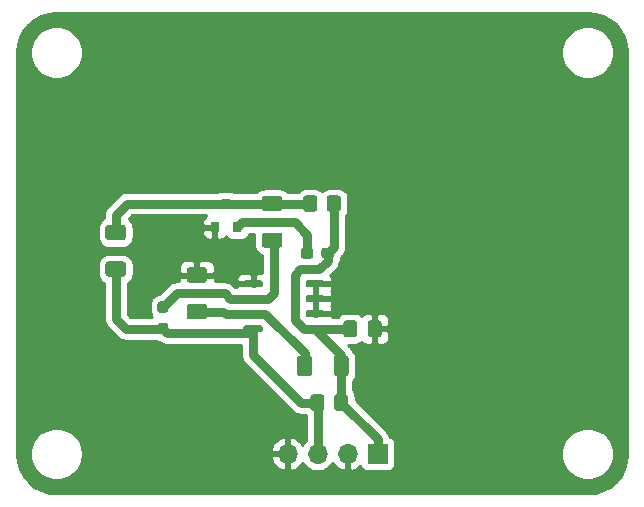
<source format=gbr>
%TF.GenerationSoftware,KiCad,Pcbnew,5.1.10*%
%TF.CreationDate,2021-10-16T08:29:13-04:00*%
%TF.ProjectId,shutter_tester,73687574-7465-4725-9f74-65737465722e,rev?*%
%TF.SameCoordinates,PX7bfa480PY5f5e100*%
%TF.FileFunction,Copper,L2,Bot*%
%TF.FilePolarity,Positive*%
%FSLAX46Y46*%
G04 Gerber Fmt 4.6, Leading zero omitted, Abs format (unit mm)*
G04 Created by KiCad (PCBNEW 5.1.10) date 2021-10-16 08:29:13*
%MOMM*%
%LPD*%
G01*
G04 APERTURE LIST*
%TA.AperFunction,ComponentPad*%
%ADD10O,1.700000X1.700000*%
%TD*%
%TA.AperFunction,ComponentPad*%
%ADD11R,1.700000X1.700000*%
%TD*%
%TA.AperFunction,SMDPad,CuDef*%
%ADD12R,0.800000X0.900000*%
%TD*%
%TA.AperFunction,Conductor*%
%ADD13C,0.800000*%
%TD*%
%TA.AperFunction,Conductor*%
%ADD14C,0.750000*%
%TD*%
%TA.AperFunction,Conductor*%
%ADD15C,0.254000*%
%TD*%
%TA.AperFunction,Conductor*%
%ADD16C,0.100000*%
%TD*%
G04 APERTURE END LIST*
%TO.P,JP1,2*%
%TO.N,/OUTPUT*%
%TA.AperFunction,SMDPad,CuDef*%
G36*
G01*
X9400000Y-22700000D02*
X10650000Y-22700000D01*
G75*
G02*
X10900000Y-22950000I0J-250000D01*
G01*
X10900000Y-23750000D01*
G75*
G02*
X10650000Y-24000000I-250000J0D01*
G01*
X9400000Y-24000000D01*
G75*
G02*
X9150000Y-23750000I0J250000D01*
G01*
X9150000Y-22950000D01*
G75*
G02*
X9400000Y-22700000I250000J0D01*
G01*
G37*
%TD.AperFunction*%
%TO.P,JP1,1*%
%TO.N,Net-(JP1-Pad1)*%
%TA.AperFunction,SMDPad,CuDef*%
G36*
G01*
X9400000Y-19600000D02*
X10650000Y-19600000D01*
G75*
G02*
X10900000Y-19850000I0J-250000D01*
G01*
X10900000Y-20650000D01*
G75*
G02*
X10650000Y-20900000I-250000J0D01*
G01*
X9400000Y-20900000D01*
G75*
G02*
X9150000Y-20650000I0J250000D01*
G01*
X9150000Y-19850000D01*
G75*
G02*
X9400000Y-19600000I250000J0D01*
G01*
G37*
%TD.AperFunction*%
%TD*%
%TO.P,R2,2*%
%TO.N,Net-(JP1-Pad1)*%
%TA.AperFunction,SMDPad,CuDef*%
G36*
G01*
X23900000Y-18450000D02*
X22650000Y-18450000D01*
G75*
G02*
X22400000Y-18200000I0J250000D01*
G01*
X22400000Y-17400000D01*
G75*
G02*
X22650000Y-17150000I250000J0D01*
G01*
X23900000Y-17150000D01*
G75*
G02*
X24150000Y-17400000I0J-250000D01*
G01*
X24150000Y-18200000D01*
G75*
G02*
X23900000Y-18450000I-250000J0D01*
G01*
G37*
%TD.AperFunction*%
%TO.P,R2,1*%
%TO.N,Net-(R2-Pad1)*%
%TA.AperFunction,SMDPad,CuDef*%
G36*
G01*
X23900000Y-21550000D02*
X22650000Y-21550000D01*
G75*
G02*
X22400000Y-21300000I0J250000D01*
G01*
X22400000Y-20500000D01*
G75*
G02*
X22650000Y-20250000I250000J0D01*
G01*
X23900000Y-20250000D01*
G75*
G02*
X24150000Y-20500000I0J-250000D01*
G01*
X24150000Y-21300000D01*
G75*
G02*
X23900000Y-21550000I-250000J0D01*
G01*
G37*
%TD.AperFunction*%
%TD*%
%TO.P,R4,2*%
%TO.N,Net-(R3-Pad1)*%
%TA.AperFunction,SMDPad,CuDef*%
G36*
G01*
X16275000Y-26300000D02*
X17525000Y-26300000D01*
G75*
G02*
X17775000Y-26550000I0J-250000D01*
G01*
X17775000Y-27350000D01*
G75*
G02*
X17525000Y-27600000I-250000J0D01*
G01*
X16275000Y-27600000D01*
G75*
G02*
X16025000Y-27350000I0J250000D01*
G01*
X16025000Y-26550000D01*
G75*
G02*
X16275000Y-26300000I250000J0D01*
G01*
G37*
%TD.AperFunction*%
%TO.P,R4,1*%
%TO.N,GND*%
%TA.AperFunction,SMDPad,CuDef*%
G36*
G01*
X16275000Y-23200000D02*
X17525000Y-23200000D01*
G75*
G02*
X17775000Y-23450000I0J-250000D01*
G01*
X17775000Y-24250000D01*
G75*
G02*
X17525000Y-24500000I-250000J0D01*
G01*
X16275000Y-24500000D01*
G75*
G02*
X16025000Y-24250000I0J250000D01*
G01*
X16025000Y-23450000D01*
G75*
G02*
X16275000Y-23200000I250000J0D01*
G01*
G37*
%TD.AperFunction*%
%TD*%
%TO.P,R3,2*%
%TO.N,VCC*%
%TA.AperFunction,SMDPad,CuDef*%
G36*
G01*
X28475000Y-32175000D02*
X28475000Y-30925000D01*
G75*
G02*
X28725000Y-30675000I250000J0D01*
G01*
X29525000Y-30675000D01*
G75*
G02*
X29775000Y-30925000I0J-250000D01*
G01*
X29775000Y-32175000D01*
G75*
G02*
X29525000Y-32425000I-250000J0D01*
G01*
X28725000Y-32425000D01*
G75*
G02*
X28475000Y-32175000I0J250000D01*
G01*
G37*
%TD.AperFunction*%
%TO.P,R3,1*%
%TO.N,Net-(R3-Pad1)*%
%TA.AperFunction,SMDPad,CuDef*%
G36*
G01*
X25375000Y-32175000D02*
X25375000Y-30925000D01*
G75*
G02*
X25625000Y-30675000I250000J0D01*
G01*
X26425000Y-30675000D01*
G75*
G02*
X26675000Y-30925000I0J-250000D01*
G01*
X26675000Y-32175000D01*
G75*
G02*
X26425000Y-32425000I-250000J0D01*
G01*
X25625000Y-32425000D01*
G75*
G02*
X25375000Y-32175000I0J250000D01*
G01*
G37*
%TD.AperFunction*%
%TD*%
%TO.P,C1,2*%
%TO.N,GND*%
%TA.AperFunction,SMDPad,CuDef*%
G36*
G01*
X31375000Y-28875000D02*
X31375000Y-27925000D01*
G75*
G02*
X31625000Y-27675000I250000J0D01*
G01*
X32300000Y-27675000D01*
G75*
G02*
X32550000Y-27925000I0J-250000D01*
G01*
X32550000Y-28875000D01*
G75*
G02*
X32300000Y-29125000I-250000J0D01*
G01*
X31625000Y-29125000D01*
G75*
G02*
X31375000Y-28875000I0J250000D01*
G01*
G37*
%TD.AperFunction*%
%TO.P,C1,1*%
%TO.N,VCC*%
%TA.AperFunction,SMDPad,CuDef*%
G36*
G01*
X29300000Y-28875000D02*
X29300000Y-27925000D01*
G75*
G02*
X29550000Y-27675000I250000J0D01*
G01*
X30225000Y-27675000D01*
G75*
G02*
X30475000Y-27925000I0J-250000D01*
G01*
X30475000Y-28875000D01*
G75*
G02*
X30225000Y-29125000I-250000J0D01*
G01*
X29550000Y-29125000D01*
G75*
G02*
X29300000Y-28875000I0J250000D01*
G01*
G37*
%TD.AperFunction*%
%TD*%
%TO.P,R6,2*%
%TO.N,VCC*%
%TA.AperFunction,SMDPad,CuDef*%
G36*
G01*
X28500000Y-35100001D02*
X28500000Y-34199999D01*
G75*
G02*
X28749999Y-33950000I249999J0D01*
G01*
X29450001Y-33950000D01*
G75*
G02*
X29700000Y-34199999I0J-249999D01*
G01*
X29700000Y-35100001D01*
G75*
G02*
X29450001Y-35350000I-249999J0D01*
G01*
X28749999Y-35350000D01*
G75*
G02*
X28500000Y-35100001I0J249999D01*
G01*
G37*
%TD.AperFunction*%
%TO.P,R6,1*%
%TO.N,/OUTPUT*%
%TA.AperFunction,SMDPad,CuDef*%
G36*
G01*
X26500000Y-35100001D02*
X26500000Y-34199999D01*
G75*
G02*
X26749999Y-33950000I249999J0D01*
G01*
X27450001Y-33950000D01*
G75*
G02*
X27700000Y-34199999I0J-249999D01*
G01*
X27700000Y-35100001D01*
G75*
G02*
X27450001Y-35350000I-249999J0D01*
G01*
X26749999Y-35350000D01*
G75*
G02*
X26500000Y-35100001I0J249999D01*
G01*
G37*
%TD.AperFunction*%
%TD*%
D10*
%TO.P,J1,4*%
%TO.N,GND*%
X24580000Y-38975000D03*
%TO.P,J1,3*%
%TO.N,/OUTPUT*%
X27120000Y-38975000D03*
%TO.P,J1,2*%
%TO.N,GND*%
X29660000Y-38975000D03*
D11*
%TO.P,J1,1*%
%TO.N,VCC*%
X32200000Y-38975000D03*
%TD*%
%TO.P,U1,8*%
%TO.N,VCC*%
%TA.AperFunction,SMDPad,CuDef*%
G36*
G01*
X26100000Y-28555000D02*
X26100000Y-28255000D01*
G75*
G02*
X26250000Y-28105000I150000J0D01*
G01*
X27600000Y-28105000D01*
G75*
G02*
X27750000Y-28255000I0J-150000D01*
G01*
X27750000Y-28555000D01*
G75*
G02*
X27600000Y-28705000I-150000J0D01*
G01*
X26250000Y-28705000D01*
G75*
G02*
X26100000Y-28555000I0J150000D01*
G01*
G37*
%TD.AperFunction*%
%TO.P,U1,7*%
%TO.N,GND*%
%TA.AperFunction,SMDPad,CuDef*%
G36*
G01*
X26100000Y-27285000D02*
X26100000Y-26985000D01*
G75*
G02*
X26250000Y-26835000I150000J0D01*
G01*
X27600000Y-26835000D01*
G75*
G02*
X27750000Y-26985000I0J-150000D01*
G01*
X27750000Y-27285000D01*
G75*
G02*
X27600000Y-27435000I-150000J0D01*
G01*
X26250000Y-27435000D01*
G75*
G02*
X26100000Y-27285000I0J150000D01*
G01*
G37*
%TD.AperFunction*%
%TO.P,U1,6*%
%TA.AperFunction,SMDPad,CuDef*%
G36*
G01*
X26100000Y-26015000D02*
X26100000Y-25715000D01*
G75*
G02*
X26250000Y-25565000I150000J0D01*
G01*
X27600000Y-25565000D01*
G75*
G02*
X27750000Y-25715000I0J-150000D01*
G01*
X27750000Y-26015000D01*
G75*
G02*
X27600000Y-26165000I-150000J0D01*
G01*
X26250000Y-26165000D01*
G75*
G02*
X26100000Y-26015000I0J150000D01*
G01*
G37*
%TD.AperFunction*%
%TO.P,U1,5*%
%TA.AperFunction,SMDPad,CuDef*%
G36*
G01*
X26100000Y-24745000D02*
X26100000Y-24445000D01*
G75*
G02*
X26250000Y-24295000I150000J0D01*
G01*
X27600000Y-24295000D01*
G75*
G02*
X27750000Y-24445000I0J-150000D01*
G01*
X27750000Y-24745000D01*
G75*
G02*
X27600000Y-24895000I-150000J0D01*
G01*
X26250000Y-24895000D01*
G75*
G02*
X26100000Y-24745000I0J150000D01*
G01*
G37*
%TD.AperFunction*%
%TO.P,U1,4*%
%TA.AperFunction,SMDPad,CuDef*%
G36*
G01*
X20850000Y-24745000D02*
X20850000Y-24445000D01*
G75*
G02*
X21000000Y-24295000I150000J0D01*
G01*
X22350000Y-24295000D01*
G75*
G02*
X22500000Y-24445000I0J-150000D01*
G01*
X22500000Y-24745000D01*
G75*
G02*
X22350000Y-24895000I-150000J0D01*
G01*
X21000000Y-24895000D01*
G75*
G02*
X20850000Y-24745000I0J150000D01*
G01*
G37*
%TD.AperFunction*%
%TO.P,U1,3*%
%TO.N,Net-(R2-Pad1)*%
%TA.AperFunction,SMDPad,CuDef*%
G36*
G01*
X20850000Y-26015000D02*
X20850000Y-25715000D01*
G75*
G02*
X21000000Y-25565000I150000J0D01*
G01*
X22350000Y-25565000D01*
G75*
G02*
X22500000Y-25715000I0J-150000D01*
G01*
X22500000Y-26015000D01*
G75*
G02*
X22350000Y-26165000I-150000J0D01*
G01*
X21000000Y-26165000D01*
G75*
G02*
X20850000Y-26015000I0J150000D01*
G01*
G37*
%TD.AperFunction*%
%TO.P,U1,2*%
%TO.N,Net-(R3-Pad1)*%
%TA.AperFunction,SMDPad,CuDef*%
G36*
G01*
X20850000Y-27285000D02*
X20850000Y-26985000D01*
G75*
G02*
X21000000Y-26835000I150000J0D01*
G01*
X22350000Y-26835000D01*
G75*
G02*
X22500000Y-26985000I0J-150000D01*
G01*
X22500000Y-27285000D01*
G75*
G02*
X22350000Y-27435000I-150000J0D01*
G01*
X21000000Y-27435000D01*
G75*
G02*
X20850000Y-27285000I0J150000D01*
G01*
G37*
%TD.AperFunction*%
%TO.P,U1,1*%
%TO.N,/OUTPUT*%
%TA.AperFunction,SMDPad,CuDef*%
G36*
G01*
X20850000Y-28555000D02*
X20850000Y-28255000D01*
G75*
G02*
X21000000Y-28105000I150000J0D01*
G01*
X22350000Y-28105000D01*
G75*
G02*
X22500000Y-28255000I0J-150000D01*
G01*
X22500000Y-28555000D01*
G75*
G02*
X22350000Y-28705000I-150000J0D01*
G01*
X21000000Y-28705000D01*
G75*
G02*
X20850000Y-28555000I0J150000D01*
G01*
G37*
%TD.AperFunction*%
%TD*%
%TO.P,R5,2*%
%TO.N,Net-(R2-Pad1)*%
%TA.AperFunction,SMDPad,CuDef*%
G36*
G01*
X14262500Y-27050000D02*
X13787500Y-27050000D01*
G75*
G02*
X13550000Y-26812500I0J237500D01*
G01*
X13550000Y-26312500D01*
G75*
G02*
X13787500Y-26075000I237500J0D01*
G01*
X14262500Y-26075000D01*
G75*
G02*
X14500000Y-26312500I0J-237500D01*
G01*
X14500000Y-26812500D01*
G75*
G02*
X14262500Y-27050000I-237500J0D01*
G01*
G37*
%TD.AperFunction*%
%TO.P,R5,1*%
%TO.N,/OUTPUT*%
%TA.AperFunction,SMDPad,CuDef*%
G36*
G01*
X14262500Y-28875000D02*
X13787500Y-28875000D01*
G75*
G02*
X13550000Y-28637500I0J237500D01*
G01*
X13550000Y-28137500D01*
G75*
G02*
X13787500Y-27900000I237500J0D01*
G01*
X14262500Y-27900000D01*
G75*
G02*
X14500000Y-28137500I0J-237500D01*
G01*
X14500000Y-28637500D01*
G75*
G02*
X14262500Y-28875000I-237500J0D01*
G01*
G37*
%TD.AperFunction*%
%TD*%
%TO.P,D1,2*%
%TO.N,Net-(D1-Pad2)*%
%TA.AperFunction,SMDPad,CuDef*%
G36*
G01*
X26750000Y-21762500D02*
X26750000Y-22237500D01*
G75*
G02*
X26512500Y-22475000I-237500J0D01*
G01*
X25937500Y-22475000D01*
G75*
G02*
X25700000Y-22237500I0J237500D01*
G01*
X25700000Y-21762500D01*
G75*
G02*
X25937500Y-21525000I237500J0D01*
G01*
X26512500Y-21525000D01*
G75*
G02*
X26750000Y-21762500I0J-237500D01*
G01*
G37*
%TD.AperFunction*%
%TO.P,D1,1*%
%TO.N,VCC*%
%TA.AperFunction,SMDPad,CuDef*%
G36*
G01*
X28500000Y-21762500D02*
X28500000Y-22237500D01*
G75*
G02*
X28262500Y-22475000I-237500J0D01*
G01*
X27687500Y-22475000D01*
G75*
G02*
X27450000Y-22237500I0J237500D01*
G01*
X27450000Y-21762500D01*
G75*
G02*
X27687500Y-21525000I237500J0D01*
G01*
X28262500Y-21525000D01*
G75*
G02*
X28500000Y-21762500I0J-237500D01*
G01*
G37*
%TD.AperFunction*%
%TD*%
D12*
%TO.P,Q1,3*%
%TO.N,Net-(JP1-Pad1)*%
X19350000Y-17800000D03*
%TO.P,Q1,2*%
%TO.N,GND*%
X18400000Y-19800000D03*
%TO.P,Q1,1*%
%TO.N,Net-(D1-Pad2)*%
X20300000Y-19800000D03*
%TD*%
%TO.P,R1,2*%
%TO.N,Net-(JP1-Pad1)*%
%TA.AperFunction,SMDPad,CuDef*%
G36*
G01*
X27100000Y-17349999D02*
X27100000Y-18250001D01*
G75*
G02*
X26850001Y-18500000I-249999J0D01*
G01*
X26149999Y-18500000D01*
G75*
G02*
X25900000Y-18250001I0J249999D01*
G01*
X25900000Y-17349999D01*
G75*
G02*
X26149999Y-17100000I249999J0D01*
G01*
X26850001Y-17100000D01*
G75*
G02*
X27100000Y-17349999I0J-249999D01*
G01*
G37*
%TD.AperFunction*%
%TO.P,R1,1*%
%TO.N,VCC*%
%TA.AperFunction,SMDPad,CuDef*%
G36*
G01*
X29100000Y-17349999D02*
X29100000Y-18250001D01*
G75*
G02*
X28850001Y-18500000I-249999J0D01*
G01*
X28149999Y-18500000D01*
G75*
G02*
X27900000Y-18250001I0J249999D01*
G01*
X27900000Y-17349999D01*
G75*
G02*
X28149999Y-17100000I249999J0D01*
G01*
X28850001Y-17100000D01*
G75*
G02*
X29100000Y-17349999I0J-249999D01*
G01*
G37*
%TD.AperFunction*%
%TD*%
D13*
%TO.N,VCC*%
X28500000Y-21475000D02*
X27975000Y-22000000D01*
X28500000Y-17800000D02*
X28500000Y-21475000D01*
D14*
X29875000Y-28412500D02*
X29887500Y-28400000D01*
X29882500Y-28405000D02*
X29887500Y-28400000D01*
X26925000Y-28405000D02*
X29882500Y-28405000D01*
X32200000Y-37750000D02*
X29100000Y-34650000D01*
X32200000Y-38975000D02*
X32200000Y-37750000D01*
X29100000Y-31575000D02*
X29125000Y-31550000D01*
X29100000Y-34650000D02*
X29100000Y-31575000D01*
X29125000Y-30605000D02*
X26925000Y-28405000D01*
X29125000Y-31550000D02*
X29125000Y-30605000D01*
X27250000Y-23375000D02*
X27975000Y-22650000D01*
X25675000Y-23375000D02*
X27250000Y-23375000D01*
X25200000Y-23850000D02*
X25675000Y-23375000D01*
X25200000Y-27650000D02*
X25200000Y-23850000D01*
X25955000Y-28405000D02*
X25200000Y-27650000D01*
X27975000Y-22650000D02*
X27975000Y-22000000D01*
X26925000Y-28405000D02*
X25955000Y-28405000D01*
%TO.N,Net-(D1-Pad2)*%
X26225000Y-22000000D02*
X26225000Y-20425000D01*
X26225000Y-20425000D02*
X25200000Y-19400000D01*
X20700000Y-19400000D02*
X20300000Y-19800000D01*
X25200000Y-19400000D02*
X20700000Y-19400000D01*
%TO.N,/OUTPUT*%
X27120000Y-34670000D02*
X27100000Y-34650000D01*
X27120000Y-38975000D02*
X27120000Y-34670000D01*
%TO.N,Net-(JP1-Pad1)*%
X26500000Y-17800000D02*
X23275000Y-17800000D01*
X23275000Y-17800000D02*
X19350000Y-17800000D01*
X19350000Y-17800000D02*
X11000000Y-17800000D01*
X10025000Y-18775000D02*
X10025000Y-20250000D01*
X11000000Y-17800000D02*
X10025000Y-18775000D01*
%TO.N,Net-(R2-Pad1)*%
X19715000Y-25865000D02*
X21675000Y-25865000D01*
X19250000Y-25400000D02*
X19715000Y-25865000D01*
X15187500Y-25400000D02*
X19250000Y-25400000D01*
X14025000Y-26562500D02*
X15187500Y-25400000D01*
X23400000Y-21025000D02*
X23275000Y-20900000D01*
X23400000Y-25375000D02*
X23400000Y-21025000D01*
X22910000Y-25865000D02*
X23400000Y-25375000D01*
X21675000Y-25865000D02*
X22910000Y-25865000D01*
%TO.N,Net-(R3-Pad1)*%
X21675000Y-27135000D02*
X19335000Y-27135000D01*
X19150000Y-26950000D02*
X16900000Y-26950000D01*
X19335000Y-27135000D02*
X19150000Y-26950000D01*
X26025000Y-31475000D02*
X26025000Y-31550000D01*
X26025000Y-30450000D02*
X26025000Y-31475000D01*
X22710000Y-27135000D02*
X26025000Y-30450000D01*
X21675000Y-27135000D02*
X22710000Y-27135000D01*
%TO.N,/OUTPUT*%
X14025000Y-28387500D02*
X10862500Y-28387500D01*
X10025000Y-27550000D02*
X10025000Y-23350000D01*
X10862500Y-28387500D02*
X10025000Y-27550000D01*
X25700000Y-34650000D02*
X21675000Y-30625000D01*
X21675000Y-30625000D02*
X21675000Y-28405000D01*
X27100000Y-34650000D02*
X25700000Y-34650000D01*
X14412500Y-28775000D02*
X14025000Y-28387500D01*
X21305000Y-28775000D02*
X14412500Y-28775000D01*
X21675000Y-28405000D02*
X21305000Y-28775000D01*
%TD*%
D15*
%TO.N,GND*%
X50648126Y-1726714D02*
X51271572Y-1914943D01*
X51846579Y-2220681D01*
X52351247Y-2632279D01*
X52766362Y-3134067D01*
X53076105Y-3706924D01*
X53268682Y-4329039D01*
X53340001Y-5007594D01*
X53340000Y-38967721D01*
X53273286Y-39648126D01*
X53085057Y-40271570D01*
X52779323Y-40846573D01*
X52367721Y-41351248D01*
X51865933Y-41766362D01*
X51293077Y-42076104D01*
X50670961Y-42268682D01*
X49992417Y-42340000D01*
X5032279Y-42340000D01*
X4351874Y-42273286D01*
X3728430Y-42085057D01*
X3153427Y-41779323D01*
X2648752Y-41367721D01*
X2233638Y-40865933D01*
X1923896Y-40293077D01*
X1731318Y-39670961D01*
X1660000Y-38992417D01*
X1660000Y-38779872D01*
X2765000Y-38779872D01*
X2765000Y-39220128D01*
X2850890Y-39651925D01*
X3019369Y-40058669D01*
X3263962Y-40424729D01*
X3575271Y-40736038D01*
X3941331Y-40980631D01*
X4348075Y-41149110D01*
X4779872Y-41235000D01*
X5220128Y-41235000D01*
X5651925Y-41149110D01*
X6058669Y-40980631D01*
X6424729Y-40736038D01*
X6736038Y-40424729D01*
X6980631Y-40058669D01*
X7149110Y-39651925D01*
X7212768Y-39331891D01*
X23138519Y-39331891D01*
X23235843Y-39606252D01*
X23384822Y-39856355D01*
X23579731Y-40072588D01*
X23813080Y-40246641D01*
X24075901Y-40371825D01*
X24223110Y-40416476D01*
X24453000Y-40295155D01*
X24453000Y-39102000D01*
X23259186Y-39102000D01*
X23138519Y-39331891D01*
X7212768Y-39331891D01*
X7235000Y-39220128D01*
X7235000Y-38779872D01*
X7202824Y-38618109D01*
X23138519Y-38618109D01*
X23259186Y-38848000D01*
X24453000Y-38848000D01*
X24453000Y-37654845D01*
X24223110Y-37533524D01*
X24075901Y-37578175D01*
X23813080Y-37703359D01*
X23579731Y-37877412D01*
X23384822Y-38093645D01*
X23235843Y-38343748D01*
X23138519Y-38618109D01*
X7202824Y-38618109D01*
X7149110Y-38348075D01*
X6980631Y-37941331D01*
X6736038Y-37575271D01*
X6424729Y-37263962D01*
X6058669Y-37019369D01*
X5651925Y-36850890D01*
X5220128Y-36765000D01*
X4779872Y-36765000D01*
X4348075Y-36850890D01*
X3941331Y-37019369D01*
X3575271Y-37263962D01*
X3263962Y-37575271D01*
X3019369Y-37941331D01*
X2850890Y-38348075D01*
X2765000Y-38779872D01*
X1660000Y-38779872D01*
X1660000Y-19850000D01*
X8511928Y-19850000D01*
X8511928Y-20650000D01*
X8528992Y-20823254D01*
X8579528Y-20989850D01*
X8661595Y-21143386D01*
X8772038Y-21277962D01*
X8906614Y-21388405D01*
X9060150Y-21470472D01*
X9226746Y-21521008D01*
X9400000Y-21538072D01*
X10650000Y-21538072D01*
X10823254Y-21521008D01*
X10989850Y-21470472D01*
X11143386Y-21388405D01*
X11277962Y-21277962D01*
X11388405Y-21143386D01*
X11470472Y-20989850D01*
X11521008Y-20823254D01*
X11538072Y-20650000D01*
X11538072Y-20250000D01*
X17361928Y-20250000D01*
X17374188Y-20374482D01*
X17410498Y-20494180D01*
X17469463Y-20604494D01*
X17548815Y-20701185D01*
X17645506Y-20780537D01*
X17755820Y-20839502D01*
X17875518Y-20875812D01*
X18000000Y-20888072D01*
X18114250Y-20885000D01*
X18273000Y-20726250D01*
X18273000Y-19927000D01*
X17523750Y-19927000D01*
X17365000Y-20085750D01*
X17361928Y-20250000D01*
X11538072Y-20250000D01*
X11538072Y-19850000D01*
X11521008Y-19676746D01*
X11470472Y-19510150D01*
X11388405Y-19356614D01*
X11277962Y-19222038D01*
X11143386Y-19111595D01*
X11126035Y-19102320D01*
X11418355Y-18810000D01*
X17663210Y-18810000D01*
X17645506Y-18819463D01*
X17548815Y-18898815D01*
X17469463Y-18995506D01*
X17410498Y-19105820D01*
X17374188Y-19225518D01*
X17361928Y-19350000D01*
X17365000Y-19514250D01*
X17523750Y-19673000D01*
X18273000Y-19673000D01*
X18273000Y-19653000D01*
X18527000Y-19653000D01*
X18527000Y-19673000D01*
X18547000Y-19673000D01*
X18547000Y-19927000D01*
X18527000Y-19927000D01*
X18527000Y-20726250D01*
X18685750Y-20885000D01*
X18800000Y-20888072D01*
X18924482Y-20875812D01*
X19044180Y-20839502D01*
X19154494Y-20780537D01*
X19251185Y-20701185D01*
X19330537Y-20604494D01*
X19350000Y-20568082D01*
X19369463Y-20604494D01*
X19448815Y-20701185D01*
X19545506Y-20780537D01*
X19655820Y-20839502D01*
X19775518Y-20875812D01*
X19900000Y-20888072D01*
X20700000Y-20888072D01*
X20824482Y-20875812D01*
X20944180Y-20839502D01*
X21054494Y-20780537D01*
X21151185Y-20701185D01*
X21230537Y-20604494D01*
X21289502Y-20494180D01*
X21315038Y-20410000D01*
X21770792Y-20410000D01*
X21761928Y-20500000D01*
X21761928Y-21300000D01*
X21778992Y-21473254D01*
X21829528Y-21639850D01*
X21911595Y-21793386D01*
X22022038Y-21927962D01*
X22156614Y-22038405D01*
X22310150Y-22120472D01*
X22390001Y-22144694D01*
X22390000Y-23657555D01*
X21960750Y-23660000D01*
X21802000Y-23818750D01*
X21802000Y-24468000D01*
X21822000Y-24468000D01*
X21822000Y-24722000D01*
X21802000Y-24722000D01*
X21802000Y-24742000D01*
X21548000Y-24742000D01*
X21548000Y-24722000D01*
X20373750Y-24722000D01*
X20240750Y-24855000D01*
X20133355Y-24855000D01*
X19999261Y-24720907D01*
X19967633Y-24682367D01*
X19813840Y-24556153D01*
X19638380Y-24462368D01*
X19447994Y-24404615D01*
X19299608Y-24390000D01*
X19250000Y-24385114D01*
X19200392Y-24390000D01*
X18412144Y-24390000D01*
X18411343Y-24295000D01*
X20211928Y-24295000D01*
X20215000Y-24309250D01*
X20373750Y-24468000D01*
X21548000Y-24468000D01*
X21548000Y-23818750D01*
X21389250Y-23660000D01*
X20850000Y-23656928D01*
X20725518Y-23669188D01*
X20605820Y-23705498D01*
X20495506Y-23764463D01*
X20398815Y-23843815D01*
X20319463Y-23940506D01*
X20260498Y-24050820D01*
X20224188Y-24170518D01*
X20211928Y-24295000D01*
X18411343Y-24295000D01*
X18410000Y-24135750D01*
X18251250Y-23977000D01*
X17027000Y-23977000D01*
X17027000Y-23997000D01*
X16773000Y-23997000D01*
X16773000Y-23977000D01*
X15548750Y-23977000D01*
X15390000Y-24135750D01*
X15387856Y-24390000D01*
X15237104Y-24390000D01*
X15187499Y-24385114D01*
X15137894Y-24390000D01*
X15137892Y-24390000D01*
X14989506Y-24404615D01*
X14799120Y-24462368D01*
X14623660Y-24556153D01*
X14469867Y-24682367D01*
X14438239Y-24720906D01*
X13715085Y-25444060D01*
X13616684Y-25453752D01*
X13452433Y-25503577D01*
X13301058Y-25584488D01*
X13168377Y-25693377D01*
X13059488Y-25826058D01*
X12978577Y-25977433D01*
X12928752Y-26141684D01*
X12911928Y-26312500D01*
X12911928Y-26812500D01*
X12928752Y-26983316D01*
X12978577Y-27147567D01*
X13059488Y-27298942D01*
X13123959Y-27377500D01*
X11280856Y-27377500D01*
X11035000Y-27131645D01*
X11035000Y-24546339D01*
X11143386Y-24488405D01*
X11277962Y-24377962D01*
X11388405Y-24243386D01*
X11470472Y-24089850D01*
X11521008Y-23923254D01*
X11538072Y-23750000D01*
X11538072Y-23200000D01*
X15386928Y-23200000D01*
X15390000Y-23564250D01*
X15548750Y-23723000D01*
X16773000Y-23723000D01*
X16773000Y-22723750D01*
X17027000Y-22723750D01*
X17027000Y-23723000D01*
X18251250Y-23723000D01*
X18410000Y-23564250D01*
X18413072Y-23200000D01*
X18400812Y-23075518D01*
X18364502Y-22955820D01*
X18305537Y-22845506D01*
X18226185Y-22748815D01*
X18129494Y-22669463D01*
X18019180Y-22610498D01*
X17899482Y-22574188D01*
X17775000Y-22561928D01*
X17185750Y-22565000D01*
X17027000Y-22723750D01*
X16773000Y-22723750D01*
X16614250Y-22565000D01*
X16025000Y-22561928D01*
X15900518Y-22574188D01*
X15780820Y-22610498D01*
X15670506Y-22669463D01*
X15573815Y-22748815D01*
X15494463Y-22845506D01*
X15435498Y-22955820D01*
X15399188Y-23075518D01*
X15386928Y-23200000D01*
X11538072Y-23200000D01*
X11538072Y-22950000D01*
X11521008Y-22776746D01*
X11470472Y-22610150D01*
X11388405Y-22456614D01*
X11277962Y-22322038D01*
X11143386Y-22211595D01*
X10989850Y-22129528D01*
X10823254Y-22078992D01*
X10650000Y-22061928D01*
X9400000Y-22061928D01*
X9226746Y-22078992D01*
X9060150Y-22129528D01*
X8906614Y-22211595D01*
X8772038Y-22322038D01*
X8661595Y-22456614D01*
X8579528Y-22610150D01*
X8528992Y-22776746D01*
X8511928Y-22950000D01*
X8511928Y-23750000D01*
X8528992Y-23923254D01*
X8579528Y-24089850D01*
X8661595Y-24243386D01*
X8772038Y-24377962D01*
X8906614Y-24488405D01*
X9015001Y-24546339D01*
X9015000Y-27500392D01*
X9010114Y-27550000D01*
X9029615Y-27747994D01*
X9083310Y-27925000D01*
X9087368Y-27938379D01*
X9181153Y-28113840D01*
X9307367Y-28267633D01*
X9345905Y-28299261D01*
X10113243Y-29066599D01*
X10144867Y-29105133D01*
X10298660Y-29231347D01*
X10474120Y-29325132D01*
X10664505Y-29382885D01*
X10862500Y-29402386D01*
X10912108Y-29397500D01*
X13360904Y-29397500D01*
X13452433Y-29446423D01*
X13616684Y-29496248D01*
X13710535Y-29505492D01*
X13848660Y-29618847D01*
X14024120Y-29712632D01*
X14030285Y-29714502D01*
X14214505Y-29770385D01*
X14412500Y-29789886D01*
X14462108Y-29785000D01*
X20665000Y-29785000D01*
X20665000Y-30575392D01*
X20660114Y-30625000D01*
X20679615Y-30822994D01*
X20729111Y-30986160D01*
X20737368Y-31013379D01*
X20831153Y-31188840D01*
X20957367Y-31342633D01*
X20995906Y-31374261D01*
X24950743Y-35329099D01*
X24982367Y-35367633D01*
X25136160Y-35493847D01*
X25287987Y-35575000D01*
X25311620Y-35587632D01*
X25502005Y-35645385D01*
X25700000Y-35664886D01*
X25749608Y-35660000D01*
X26066263Y-35660000D01*
X26110001Y-35713295D01*
X26110000Y-37884893D01*
X25966525Y-38028368D01*
X25844805Y-38210534D01*
X25775178Y-38093645D01*
X25580269Y-37877412D01*
X25346920Y-37703359D01*
X25084099Y-37578175D01*
X24936890Y-37533524D01*
X24707000Y-37654845D01*
X24707000Y-38848000D01*
X24727000Y-38848000D01*
X24727000Y-39102000D01*
X24707000Y-39102000D01*
X24707000Y-40295155D01*
X24936890Y-40416476D01*
X25084099Y-40371825D01*
X25346920Y-40246641D01*
X25580269Y-40072588D01*
X25775178Y-39856355D01*
X25844805Y-39739466D01*
X25966525Y-39921632D01*
X26173368Y-40128475D01*
X26416589Y-40290990D01*
X26686842Y-40402932D01*
X26973740Y-40460000D01*
X27266260Y-40460000D01*
X27553158Y-40402932D01*
X27823411Y-40290990D01*
X28066632Y-40128475D01*
X28273475Y-39921632D01*
X28395195Y-39739466D01*
X28464822Y-39856355D01*
X28659731Y-40072588D01*
X28893080Y-40246641D01*
X29155901Y-40371825D01*
X29303110Y-40416476D01*
X29533000Y-40295155D01*
X29533000Y-39102000D01*
X29513000Y-39102000D01*
X29513000Y-38848000D01*
X29533000Y-38848000D01*
X29533000Y-38828000D01*
X29787000Y-38828000D01*
X29787000Y-38848000D01*
X29807000Y-38848000D01*
X29807000Y-39102000D01*
X29787000Y-39102000D01*
X29787000Y-40295155D01*
X30016890Y-40416476D01*
X30164099Y-40371825D01*
X30426920Y-40246641D01*
X30660269Y-40072588D01*
X30736034Y-39988534D01*
X30760498Y-40069180D01*
X30819463Y-40179494D01*
X30898815Y-40276185D01*
X30995506Y-40355537D01*
X31105820Y-40414502D01*
X31225518Y-40450812D01*
X31350000Y-40463072D01*
X33050000Y-40463072D01*
X33174482Y-40450812D01*
X33294180Y-40414502D01*
X33404494Y-40355537D01*
X33501185Y-40276185D01*
X33580537Y-40179494D01*
X33639502Y-40069180D01*
X33675812Y-39949482D01*
X33688072Y-39825000D01*
X33688072Y-38779872D01*
X47765000Y-38779872D01*
X47765000Y-39220128D01*
X47850890Y-39651925D01*
X48019369Y-40058669D01*
X48263962Y-40424729D01*
X48575271Y-40736038D01*
X48941331Y-40980631D01*
X49348075Y-41149110D01*
X49779872Y-41235000D01*
X50220128Y-41235000D01*
X50651925Y-41149110D01*
X51058669Y-40980631D01*
X51424729Y-40736038D01*
X51736038Y-40424729D01*
X51980631Y-40058669D01*
X52149110Y-39651925D01*
X52235000Y-39220128D01*
X52235000Y-38779872D01*
X52149110Y-38348075D01*
X51980631Y-37941331D01*
X51736038Y-37575271D01*
X51424729Y-37263962D01*
X51058669Y-37019369D01*
X50651925Y-36850890D01*
X50220128Y-36765000D01*
X49779872Y-36765000D01*
X49348075Y-36850890D01*
X48941331Y-37019369D01*
X48575271Y-37263962D01*
X48263962Y-37575271D01*
X48019369Y-37941331D01*
X47850890Y-38348075D01*
X47765000Y-38779872D01*
X33688072Y-38779872D01*
X33688072Y-38125000D01*
X33675812Y-38000518D01*
X33639502Y-37880820D01*
X33580537Y-37770506D01*
X33501185Y-37673815D01*
X33404494Y-37594463D01*
X33294180Y-37535498D01*
X33179857Y-37500819D01*
X33137632Y-37361620D01*
X33043847Y-37186160D01*
X32917633Y-37032367D01*
X32879094Y-37000739D01*
X30338072Y-34459717D01*
X30338072Y-34199999D01*
X30321008Y-34026745D01*
X30270472Y-33860149D01*
X30188405Y-33706613D01*
X30110000Y-33611076D01*
X30110000Y-32838220D01*
X30152962Y-32802962D01*
X30263405Y-32668386D01*
X30345472Y-32514850D01*
X30396008Y-32348254D01*
X30413072Y-32175000D01*
X30413072Y-30925000D01*
X30396008Y-30751746D01*
X30345472Y-30585150D01*
X30263405Y-30431614D01*
X30152962Y-30297038D01*
X30065171Y-30224990D01*
X30062632Y-30216620D01*
X30046583Y-30186595D01*
X29968847Y-30041160D01*
X29842633Y-29887367D01*
X29804100Y-29855744D01*
X29711428Y-29763072D01*
X30225000Y-29763072D01*
X30398254Y-29746008D01*
X30564850Y-29695472D01*
X30718386Y-29613405D01*
X30852962Y-29502962D01*
X30858342Y-29496406D01*
X30923815Y-29576185D01*
X31020506Y-29655537D01*
X31130820Y-29714502D01*
X31250518Y-29750812D01*
X31375000Y-29763072D01*
X31676750Y-29760000D01*
X31835500Y-29601250D01*
X31835500Y-28527000D01*
X32089500Y-28527000D01*
X32089500Y-29601250D01*
X32248250Y-29760000D01*
X32550000Y-29763072D01*
X32674482Y-29750812D01*
X32794180Y-29714502D01*
X32904494Y-29655537D01*
X33001185Y-29576185D01*
X33080537Y-29479494D01*
X33139502Y-29369180D01*
X33175812Y-29249482D01*
X33188072Y-29125000D01*
X33185000Y-28685750D01*
X33026250Y-28527000D01*
X32089500Y-28527000D01*
X31835500Y-28527000D01*
X31815500Y-28527000D01*
X31815500Y-28273000D01*
X31835500Y-28273000D01*
X31835500Y-27198750D01*
X32089500Y-27198750D01*
X32089500Y-28273000D01*
X33026250Y-28273000D01*
X33185000Y-28114250D01*
X33188072Y-27675000D01*
X33175812Y-27550518D01*
X33139502Y-27430820D01*
X33080537Y-27320506D01*
X33001185Y-27223815D01*
X32904494Y-27144463D01*
X32794180Y-27085498D01*
X32674482Y-27049188D01*
X32550000Y-27036928D01*
X32248250Y-27040000D01*
X32089500Y-27198750D01*
X31835500Y-27198750D01*
X31676750Y-27040000D01*
X31375000Y-27036928D01*
X31250518Y-27049188D01*
X31130820Y-27085498D01*
X31020506Y-27144463D01*
X30923815Y-27223815D01*
X30858342Y-27303594D01*
X30852962Y-27297038D01*
X30718386Y-27186595D01*
X30564850Y-27104528D01*
X30398254Y-27053992D01*
X30225000Y-27036928D01*
X29550000Y-27036928D01*
X29376746Y-27053992D01*
X29210150Y-27104528D01*
X29056614Y-27186595D01*
X28922038Y-27297038D01*
X28841643Y-27395000D01*
X28359250Y-27395000D01*
X28226250Y-27262000D01*
X27052000Y-27262000D01*
X27052000Y-27282000D01*
X26798000Y-27282000D01*
X26798000Y-27262000D01*
X26778000Y-27262000D01*
X26778000Y-27008000D01*
X26798000Y-27008000D01*
X26798000Y-25992000D01*
X27052000Y-25992000D01*
X27052000Y-27008000D01*
X28226250Y-27008000D01*
X28385000Y-26849250D01*
X28388072Y-26835000D01*
X28375812Y-26710518D01*
X28339502Y-26590820D01*
X28290957Y-26500000D01*
X28339502Y-26409180D01*
X28375812Y-26289482D01*
X28388072Y-26165000D01*
X28385000Y-26150750D01*
X28226250Y-25992000D01*
X27052000Y-25992000D01*
X26798000Y-25992000D01*
X26778000Y-25992000D01*
X26778000Y-25738000D01*
X26798000Y-25738000D01*
X26798000Y-24722000D01*
X27052000Y-24722000D01*
X27052000Y-25738000D01*
X28226250Y-25738000D01*
X28385000Y-25579250D01*
X28388072Y-25565000D01*
X28375812Y-25440518D01*
X28339502Y-25320820D01*
X28290957Y-25230000D01*
X28339502Y-25139180D01*
X28375812Y-25019482D01*
X28388072Y-24895000D01*
X28385000Y-24880750D01*
X28226250Y-24722000D01*
X27052000Y-24722000D01*
X26798000Y-24722000D01*
X26778000Y-24722000D01*
X26778000Y-24468000D01*
X26798000Y-24468000D01*
X26798000Y-24448000D01*
X27052000Y-24448000D01*
X27052000Y-24468000D01*
X28226250Y-24468000D01*
X28385000Y-24309250D01*
X28388072Y-24295000D01*
X28375812Y-24170518D01*
X28339502Y-24050820D01*
X28280537Y-23940506D01*
X28204951Y-23848404D01*
X28654099Y-23399257D01*
X28692633Y-23367633D01*
X28818847Y-23213840D01*
X28912632Y-23038380D01*
X28943194Y-22937632D01*
X28970385Y-22847995D01*
X28981525Y-22734893D01*
X28990512Y-22723942D01*
X29071423Y-22572567D01*
X29121248Y-22408316D01*
X29131174Y-22307536D01*
X29195903Y-22242807D01*
X29235396Y-22210396D01*
X29364734Y-22052797D01*
X29460841Y-21872993D01*
X29520024Y-21677895D01*
X29535000Y-21525838D01*
X29535000Y-21525829D01*
X29540006Y-21475001D01*
X29535000Y-21424173D01*
X29535000Y-18808461D01*
X29588405Y-18743387D01*
X29670472Y-18589851D01*
X29721008Y-18423255D01*
X29738072Y-18250001D01*
X29738072Y-17349999D01*
X29721008Y-17176745D01*
X29670472Y-17010149D01*
X29588405Y-16856613D01*
X29477962Y-16722038D01*
X29343387Y-16611595D01*
X29189851Y-16529528D01*
X29023255Y-16478992D01*
X28850001Y-16461928D01*
X28149999Y-16461928D01*
X27976745Y-16478992D01*
X27810149Y-16529528D01*
X27656613Y-16611595D01*
X27522038Y-16722038D01*
X27500000Y-16748891D01*
X27477962Y-16722038D01*
X27343387Y-16611595D01*
X27189851Y-16529528D01*
X27023255Y-16478992D01*
X26850001Y-16461928D01*
X26149999Y-16461928D01*
X25976745Y-16478992D01*
X25810149Y-16529528D01*
X25656613Y-16611595D01*
X25522038Y-16722038D01*
X25466263Y-16790000D01*
X24542703Y-16790000D01*
X24527962Y-16772038D01*
X24393386Y-16661595D01*
X24239850Y-16579528D01*
X24073254Y-16528992D01*
X23900000Y-16511928D01*
X22650000Y-16511928D01*
X22476746Y-16528992D01*
X22310150Y-16579528D01*
X22156614Y-16661595D01*
X22022038Y-16772038D01*
X22007297Y-16790000D01*
X20049373Y-16790000D01*
X19994180Y-16760498D01*
X19874482Y-16724188D01*
X19750000Y-16711928D01*
X18950000Y-16711928D01*
X18825518Y-16724188D01*
X18705820Y-16760498D01*
X18650627Y-16790000D01*
X11049604Y-16790000D01*
X10999999Y-16785114D01*
X10950394Y-16790000D01*
X10950392Y-16790000D01*
X10802006Y-16804615D01*
X10611620Y-16862368D01*
X10436160Y-16956153D01*
X10282367Y-17082367D01*
X10250739Y-17120906D01*
X9345906Y-18025739D01*
X9307367Y-18057367D01*
X9181153Y-18211160D01*
X9099545Y-18363840D01*
X9087368Y-18386621D01*
X9029615Y-18577006D01*
X9010114Y-18775000D01*
X9015000Y-18824608D01*
X9015000Y-19053661D01*
X8906614Y-19111595D01*
X8772038Y-19222038D01*
X8661595Y-19356614D01*
X8579528Y-19510150D01*
X8528992Y-19676746D01*
X8511928Y-19850000D01*
X1660000Y-19850000D01*
X1660000Y-5032278D01*
X1684748Y-4779872D01*
X2765000Y-4779872D01*
X2765000Y-5220128D01*
X2850890Y-5651925D01*
X3019369Y-6058669D01*
X3263962Y-6424729D01*
X3575271Y-6736038D01*
X3941331Y-6980631D01*
X4348075Y-7149110D01*
X4779872Y-7235000D01*
X5220128Y-7235000D01*
X5651925Y-7149110D01*
X6058669Y-6980631D01*
X6424729Y-6736038D01*
X6736038Y-6424729D01*
X6980631Y-6058669D01*
X7149110Y-5651925D01*
X7235000Y-5220128D01*
X7235000Y-4779872D01*
X47765000Y-4779872D01*
X47765000Y-5220128D01*
X47850890Y-5651925D01*
X48019369Y-6058669D01*
X48263962Y-6424729D01*
X48575271Y-6736038D01*
X48941331Y-6980631D01*
X49348075Y-7149110D01*
X49779872Y-7235000D01*
X50220128Y-7235000D01*
X50651925Y-7149110D01*
X51058669Y-6980631D01*
X51424729Y-6736038D01*
X51736038Y-6424729D01*
X51980631Y-6058669D01*
X52149110Y-5651925D01*
X52235000Y-5220128D01*
X52235000Y-4779872D01*
X52149110Y-4348075D01*
X51980631Y-3941331D01*
X51736038Y-3575271D01*
X51424729Y-3263962D01*
X51058669Y-3019369D01*
X50651925Y-2850890D01*
X50220128Y-2765000D01*
X49779872Y-2765000D01*
X49348075Y-2850890D01*
X48941331Y-3019369D01*
X48575271Y-3263962D01*
X48263962Y-3575271D01*
X48019369Y-3941331D01*
X47850890Y-4348075D01*
X47765000Y-4779872D01*
X7235000Y-4779872D01*
X7149110Y-4348075D01*
X6980631Y-3941331D01*
X6736038Y-3575271D01*
X6424729Y-3263962D01*
X6058669Y-3019369D01*
X5651925Y-2850890D01*
X5220128Y-2765000D01*
X4779872Y-2765000D01*
X4348075Y-2850890D01*
X3941331Y-3019369D01*
X3575271Y-3263962D01*
X3263962Y-3575271D01*
X3019369Y-3941331D01*
X2850890Y-4348075D01*
X2765000Y-4779872D01*
X1684748Y-4779872D01*
X1726714Y-4351874D01*
X1914943Y-3728428D01*
X2220681Y-3153421D01*
X2632279Y-2648753D01*
X3134067Y-2233638D01*
X3706924Y-1923895D01*
X4329039Y-1731318D01*
X5007584Y-1660000D01*
X49967722Y-1660000D01*
X50648126Y-1726714D01*
%TA.AperFunction,Conductor*%
D16*
G36*
X50648126Y-1726714D02*
G01*
X51271572Y-1914943D01*
X51846579Y-2220681D01*
X52351247Y-2632279D01*
X52766362Y-3134067D01*
X53076105Y-3706924D01*
X53268682Y-4329039D01*
X53340001Y-5007594D01*
X53340000Y-38967721D01*
X53273286Y-39648126D01*
X53085057Y-40271570D01*
X52779323Y-40846573D01*
X52367721Y-41351248D01*
X51865933Y-41766362D01*
X51293077Y-42076104D01*
X50670961Y-42268682D01*
X49992417Y-42340000D01*
X5032279Y-42340000D01*
X4351874Y-42273286D01*
X3728430Y-42085057D01*
X3153427Y-41779323D01*
X2648752Y-41367721D01*
X2233638Y-40865933D01*
X1923896Y-40293077D01*
X1731318Y-39670961D01*
X1660000Y-38992417D01*
X1660000Y-38779872D01*
X2765000Y-38779872D01*
X2765000Y-39220128D01*
X2850890Y-39651925D01*
X3019369Y-40058669D01*
X3263962Y-40424729D01*
X3575271Y-40736038D01*
X3941331Y-40980631D01*
X4348075Y-41149110D01*
X4779872Y-41235000D01*
X5220128Y-41235000D01*
X5651925Y-41149110D01*
X6058669Y-40980631D01*
X6424729Y-40736038D01*
X6736038Y-40424729D01*
X6980631Y-40058669D01*
X7149110Y-39651925D01*
X7212768Y-39331891D01*
X23138519Y-39331891D01*
X23235843Y-39606252D01*
X23384822Y-39856355D01*
X23579731Y-40072588D01*
X23813080Y-40246641D01*
X24075901Y-40371825D01*
X24223110Y-40416476D01*
X24453000Y-40295155D01*
X24453000Y-39102000D01*
X23259186Y-39102000D01*
X23138519Y-39331891D01*
X7212768Y-39331891D01*
X7235000Y-39220128D01*
X7235000Y-38779872D01*
X7202824Y-38618109D01*
X23138519Y-38618109D01*
X23259186Y-38848000D01*
X24453000Y-38848000D01*
X24453000Y-37654845D01*
X24223110Y-37533524D01*
X24075901Y-37578175D01*
X23813080Y-37703359D01*
X23579731Y-37877412D01*
X23384822Y-38093645D01*
X23235843Y-38343748D01*
X23138519Y-38618109D01*
X7202824Y-38618109D01*
X7149110Y-38348075D01*
X6980631Y-37941331D01*
X6736038Y-37575271D01*
X6424729Y-37263962D01*
X6058669Y-37019369D01*
X5651925Y-36850890D01*
X5220128Y-36765000D01*
X4779872Y-36765000D01*
X4348075Y-36850890D01*
X3941331Y-37019369D01*
X3575271Y-37263962D01*
X3263962Y-37575271D01*
X3019369Y-37941331D01*
X2850890Y-38348075D01*
X2765000Y-38779872D01*
X1660000Y-38779872D01*
X1660000Y-19850000D01*
X8511928Y-19850000D01*
X8511928Y-20650000D01*
X8528992Y-20823254D01*
X8579528Y-20989850D01*
X8661595Y-21143386D01*
X8772038Y-21277962D01*
X8906614Y-21388405D01*
X9060150Y-21470472D01*
X9226746Y-21521008D01*
X9400000Y-21538072D01*
X10650000Y-21538072D01*
X10823254Y-21521008D01*
X10989850Y-21470472D01*
X11143386Y-21388405D01*
X11277962Y-21277962D01*
X11388405Y-21143386D01*
X11470472Y-20989850D01*
X11521008Y-20823254D01*
X11538072Y-20650000D01*
X11538072Y-20250000D01*
X17361928Y-20250000D01*
X17374188Y-20374482D01*
X17410498Y-20494180D01*
X17469463Y-20604494D01*
X17548815Y-20701185D01*
X17645506Y-20780537D01*
X17755820Y-20839502D01*
X17875518Y-20875812D01*
X18000000Y-20888072D01*
X18114250Y-20885000D01*
X18273000Y-20726250D01*
X18273000Y-19927000D01*
X17523750Y-19927000D01*
X17365000Y-20085750D01*
X17361928Y-20250000D01*
X11538072Y-20250000D01*
X11538072Y-19850000D01*
X11521008Y-19676746D01*
X11470472Y-19510150D01*
X11388405Y-19356614D01*
X11277962Y-19222038D01*
X11143386Y-19111595D01*
X11126035Y-19102320D01*
X11418355Y-18810000D01*
X17663210Y-18810000D01*
X17645506Y-18819463D01*
X17548815Y-18898815D01*
X17469463Y-18995506D01*
X17410498Y-19105820D01*
X17374188Y-19225518D01*
X17361928Y-19350000D01*
X17365000Y-19514250D01*
X17523750Y-19673000D01*
X18273000Y-19673000D01*
X18273000Y-19653000D01*
X18527000Y-19653000D01*
X18527000Y-19673000D01*
X18547000Y-19673000D01*
X18547000Y-19927000D01*
X18527000Y-19927000D01*
X18527000Y-20726250D01*
X18685750Y-20885000D01*
X18800000Y-20888072D01*
X18924482Y-20875812D01*
X19044180Y-20839502D01*
X19154494Y-20780537D01*
X19251185Y-20701185D01*
X19330537Y-20604494D01*
X19350000Y-20568082D01*
X19369463Y-20604494D01*
X19448815Y-20701185D01*
X19545506Y-20780537D01*
X19655820Y-20839502D01*
X19775518Y-20875812D01*
X19900000Y-20888072D01*
X20700000Y-20888072D01*
X20824482Y-20875812D01*
X20944180Y-20839502D01*
X21054494Y-20780537D01*
X21151185Y-20701185D01*
X21230537Y-20604494D01*
X21289502Y-20494180D01*
X21315038Y-20410000D01*
X21770792Y-20410000D01*
X21761928Y-20500000D01*
X21761928Y-21300000D01*
X21778992Y-21473254D01*
X21829528Y-21639850D01*
X21911595Y-21793386D01*
X22022038Y-21927962D01*
X22156614Y-22038405D01*
X22310150Y-22120472D01*
X22390001Y-22144694D01*
X22390000Y-23657555D01*
X21960750Y-23660000D01*
X21802000Y-23818750D01*
X21802000Y-24468000D01*
X21822000Y-24468000D01*
X21822000Y-24722000D01*
X21802000Y-24722000D01*
X21802000Y-24742000D01*
X21548000Y-24742000D01*
X21548000Y-24722000D01*
X20373750Y-24722000D01*
X20240750Y-24855000D01*
X20133355Y-24855000D01*
X19999261Y-24720907D01*
X19967633Y-24682367D01*
X19813840Y-24556153D01*
X19638380Y-24462368D01*
X19447994Y-24404615D01*
X19299608Y-24390000D01*
X19250000Y-24385114D01*
X19200392Y-24390000D01*
X18412144Y-24390000D01*
X18411343Y-24295000D01*
X20211928Y-24295000D01*
X20215000Y-24309250D01*
X20373750Y-24468000D01*
X21548000Y-24468000D01*
X21548000Y-23818750D01*
X21389250Y-23660000D01*
X20850000Y-23656928D01*
X20725518Y-23669188D01*
X20605820Y-23705498D01*
X20495506Y-23764463D01*
X20398815Y-23843815D01*
X20319463Y-23940506D01*
X20260498Y-24050820D01*
X20224188Y-24170518D01*
X20211928Y-24295000D01*
X18411343Y-24295000D01*
X18410000Y-24135750D01*
X18251250Y-23977000D01*
X17027000Y-23977000D01*
X17027000Y-23997000D01*
X16773000Y-23997000D01*
X16773000Y-23977000D01*
X15548750Y-23977000D01*
X15390000Y-24135750D01*
X15387856Y-24390000D01*
X15237104Y-24390000D01*
X15187499Y-24385114D01*
X15137894Y-24390000D01*
X15137892Y-24390000D01*
X14989506Y-24404615D01*
X14799120Y-24462368D01*
X14623660Y-24556153D01*
X14469867Y-24682367D01*
X14438239Y-24720906D01*
X13715085Y-25444060D01*
X13616684Y-25453752D01*
X13452433Y-25503577D01*
X13301058Y-25584488D01*
X13168377Y-25693377D01*
X13059488Y-25826058D01*
X12978577Y-25977433D01*
X12928752Y-26141684D01*
X12911928Y-26312500D01*
X12911928Y-26812500D01*
X12928752Y-26983316D01*
X12978577Y-27147567D01*
X13059488Y-27298942D01*
X13123959Y-27377500D01*
X11280856Y-27377500D01*
X11035000Y-27131645D01*
X11035000Y-24546339D01*
X11143386Y-24488405D01*
X11277962Y-24377962D01*
X11388405Y-24243386D01*
X11470472Y-24089850D01*
X11521008Y-23923254D01*
X11538072Y-23750000D01*
X11538072Y-23200000D01*
X15386928Y-23200000D01*
X15390000Y-23564250D01*
X15548750Y-23723000D01*
X16773000Y-23723000D01*
X16773000Y-22723750D01*
X17027000Y-22723750D01*
X17027000Y-23723000D01*
X18251250Y-23723000D01*
X18410000Y-23564250D01*
X18413072Y-23200000D01*
X18400812Y-23075518D01*
X18364502Y-22955820D01*
X18305537Y-22845506D01*
X18226185Y-22748815D01*
X18129494Y-22669463D01*
X18019180Y-22610498D01*
X17899482Y-22574188D01*
X17775000Y-22561928D01*
X17185750Y-22565000D01*
X17027000Y-22723750D01*
X16773000Y-22723750D01*
X16614250Y-22565000D01*
X16025000Y-22561928D01*
X15900518Y-22574188D01*
X15780820Y-22610498D01*
X15670506Y-22669463D01*
X15573815Y-22748815D01*
X15494463Y-22845506D01*
X15435498Y-22955820D01*
X15399188Y-23075518D01*
X15386928Y-23200000D01*
X11538072Y-23200000D01*
X11538072Y-22950000D01*
X11521008Y-22776746D01*
X11470472Y-22610150D01*
X11388405Y-22456614D01*
X11277962Y-22322038D01*
X11143386Y-22211595D01*
X10989850Y-22129528D01*
X10823254Y-22078992D01*
X10650000Y-22061928D01*
X9400000Y-22061928D01*
X9226746Y-22078992D01*
X9060150Y-22129528D01*
X8906614Y-22211595D01*
X8772038Y-22322038D01*
X8661595Y-22456614D01*
X8579528Y-22610150D01*
X8528992Y-22776746D01*
X8511928Y-22950000D01*
X8511928Y-23750000D01*
X8528992Y-23923254D01*
X8579528Y-24089850D01*
X8661595Y-24243386D01*
X8772038Y-24377962D01*
X8906614Y-24488405D01*
X9015001Y-24546339D01*
X9015000Y-27500392D01*
X9010114Y-27550000D01*
X9029615Y-27747994D01*
X9083310Y-27925000D01*
X9087368Y-27938379D01*
X9181153Y-28113840D01*
X9307367Y-28267633D01*
X9345905Y-28299261D01*
X10113243Y-29066599D01*
X10144867Y-29105133D01*
X10298660Y-29231347D01*
X10474120Y-29325132D01*
X10664505Y-29382885D01*
X10862500Y-29402386D01*
X10912108Y-29397500D01*
X13360904Y-29397500D01*
X13452433Y-29446423D01*
X13616684Y-29496248D01*
X13710535Y-29505492D01*
X13848660Y-29618847D01*
X14024120Y-29712632D01*
X14030285Y-29714502D01*
X14214505Y-29770385D01*
X14412500Y-29789886D01*
X14462108Y-29785000D01*
X20665000Y-29785000D01*
X20665000Y-30575392D01*
X20660114Y-30625000D01*
X20679615Y-30822994D01*
X20729111Y-30986160D01*
X20737368Y-31013379D01*
X20831153Y-31188840D01*
X20957367Y-31342633D01*
X20995906Y-31374261D01*
X24950743Y-35329099D01*
X24982367Y-35367633D01*
X25136160Y-35493847D01*
X25287987Y-35575000D01*
X25311620Y-35587632D01*
X25502005Y-35645385D01*
X25700000Y-35664886D01*
X25749608Y-35660000D01*
X26066263Y-35660000D01*
X26110001Y-35713295D01*
X26110000Y-37884893D01*
X25966525Y-38028368D01*
X25844805Y-38210534D01*
X25775178Y-38093645D01*
X25580269Y-37877412D01*
X25346920Y-37703359D01*
X25084099Y-37578175D01*
X24936890Y-37533524D01*
X24707000Y-37654845D01*
X24707000Y-38848000D01*
X24727000Y-38848000D01*
X24727000Y-39102000D01*
X24707000Y-39102000D01*
X24707000Y-40295155D01*
X24936890Y-40416476D01*
X25084099Y-40371825D01*
X25346920Y-40246641D01*
X25580269Y-40072588D01*
X25775178Y-39856355D01*
X25844805Y-39739466D01*
X25966525Y-39921632D01*
X26173368Y-40128475D01*
X26416589Y-40290990D01*
X26686842Y-40402932D01*
X26973740Y-40460000D01*
X27266260Y-40460000D01*
X27553158Y-40402932D01*
X27823411Y-40290990D01*
X28066632Y-40128475D01*
X28273475Y-39921632D01*
X28395195Y-39739466D01*
X28464822Y-39856355D01*
X28659731Y-40072588D01*
X28893080Y-40246641D01*
X29155901Y-40371825D01*
X29303110Y-40416476D01*
X29533000Y-40295155D01*
X29533000Y-39102000D01*
X29513000Y-39102000D01*
X29513000Y-38848000D01*
X29533000Y-38848000D01*
X29533000Y-38828000D01*
X29787000Y-38828000D01*
X29787000Y-38848000D01*
X29807000Y-38848000D01*
X29807000Y-39102000D01*
X29787000Y-39102000D01*
X29787000Y-40295155D01*
X30016890Y-40416476D01*
X30164099Y-40371825D01*
X30426920Y-40246641D01*
X30660269Y-40072588D01*
X30736034Y-39988534D01*
X30760498Y-40069180D01*
X30819463Y-40179494D01*
X30898815Y-40276185D01*
X30995506Y-40355537D01*
X31105820Y-40414502D01*
X31225518Y-40450812D01*
X31350000Y-40463072D01*
X33050000Y-40463072D01*
X33174482Y-40450812D01*
X33294180Y-40414502D01*
X33404494Y-40355537D01*
X33501185Y-40276185D01*
X33580537Y-40179494D01*
X33639502Y-40069180D01*
X33675812Y-39949482D01*
X33688072Y-39825000D01*
X33688072Y-38779872D01*
X47765000Y-38779872D01*
X47765000Y-39220128D01*
X47850890Y-39651925D01*
X48019369Y-40058669D01*
X48263962Y-40424729D01*
X48575271Y-40736038D01*
X48941331Y-40980631D01*
X49348075Y-41149110D01*
X49779872Y-41235000D01*
X50220128Y-41235000D01*
X50651925Y-41149110D01*
X51058669Y-40980631D01*
X51424729Y-40736038D01*
X51736038Y-40424729D01*
X51980631Y-40058669D01*
X52149110Y-39651925D01*
X52235000Y-39220128D01*
X52235000Y-38779872D01*
X52149110Y-38348075D01*
X51980631Y-37941331D01*
X51736038Y-37575271D01*
X51424729Y-37263962D01*
X51058669Y-37019369D01*
X50651925Y-36850890D01*
X50220128Y-36765000D01*
X49779872Y-36765000D01*
X49348075Y-36850890D01*
X48941331Y-37019369D01*
X48575271Y-37263962D01*
X48263962Y-37575271D01*
X48019369Y-37941331D01*
X47850890Y-38348075D01*
X47765000Y-38779872D01*
X33688072Y-38779872D01*
X33688072Y-38125000D01*
X33675812Y-38000518D01*
X33639502Y-37880820D01*
X33580537Y-37770506D01*
X33501185Y-37673815D01*
X33404494Y-37594463D01*
X33294180Y-37535498D01*
X33179857Y-37500819D01*
X33137632Y-37361620D01*
X33043847Y-37186160D01*
X32917633Y-37032367D01*
X32879094Y-37000739D01*
X30338072Y-34459717D01*
X30338072Y-34199999D01*
X30321008Y-34026745D01*
X30270472Y-33860149D01*
X30188405Y-33706613D01*
X30110000Y-33611076D01*
X30110000Y-32838220D01*
X30152962Y-32802962D01*
X30263405Y-32668386D01*
X30345472Y-32514850D01*
X30396008Y-32348254D01*
X30413072Y-32175000D01*
X30413072Y-30925000D01*
X30396008Y-30751746D01*
X30345472Y-30585150D01*
X30263405Y-30431614D01*
X30152962Y-30297038D01*
X30065171Y-30224990D01*
X30062632Y-30216620D01*
X30046583Y-30186595D01*
X29968847Y-30041160D01*
X29842633Y-29887367D01*
X29804100Y-29855744D01*
X29711428Y-29763072D01*
X30225000Y-29763072D01*
X30398254Y-29746008D01*
X30564850Y-29695472D01*
X30718386Y-29613405D01*
X30852962Y-29502962D01*
X30858342Y-29496406D01*
X30923815Y-29576185D01*
X31020506Y-29655537D01*
X31130820Y-29714502D01*
X31250518Y-29750812D01*
X31375000Y-29763072D01*
X31676750Y-29760000D01*
X31835500Y-29601250D01*
X31835500Y-28527000D01*
X32089500Y-28527000D01*
X32089500Y-29601250D01*
X32248250Y-29760000D01*
X32550000Y-29763072D01*
X32674482Y-29750812D01*
X32794180Y-29714502D01*
X32904494Y-29655537D01*
X33001185Y-29576185D01*
X33080537Y-29479494D01*
X33139502Y-29369180D01*
X33175812Y-29249482D01*
X33188072Y-29125000D01*
X33185000Y-28685750D01*
X33026250Y-28527000D01*
X32089500Y-28527000D01*
X31835500Y-28527000D01*
X31815500Y-28527000D01*
X31815500Y-28273000D01*
X31835500Y-28273000D01*
X31835500Y-27198750D01*
X32089500Y-27198750D01*
X32089500Y-28273000D01*
X33026250Y-28273000D01*
X33185000Y-28114250D01*
X33188072Y-27675000D01*
X33175812Y-27550518D01*
X33139502Y-27430820D01*
X33080537Y-27320506D01*
X33001185Y-27223815D01*
X32904494Y-27144463D01*
X32794180Y-27085498D01*
X32674482Y-27049188D01*
X32550000Y-27036928D01*
X32248250Y-27040000D01*
X32089500Y-27198750D01*
X31835500Y-27198750D01*
X31676750Y-27040000D01*
X31375000Y-27036928D01*
X31250518Y-27049188D01*
X31130820Y-27085498D01*
X31020506Y-27144463D01*
X30923815Y-27223815D01*
X30858342Y-27303594D01*
X30852962Y-27297038D01*
X30718386Y-27186595D01*
X30564850Y-27104528D01*
X30398254Y-27053992D01*
X30225000Y-27036928D01*
X29550000Y-27036928D01*
X29376746Y-27053992D01*
X29210150Y-27104528D01*
X29056614Y-27186595D01*
X28922038Y-27297038D01*
X28841643Y-27395000D01*
X28359250Y-27395000D01*
X28226250Y-27262000D01*
X27052000Y-27262000D01*
X27052000Y-27282000D01*
X26798000Y-27282000D01*
X26798000Y-27262000D01*
X26778000Y-27262000D01*
X26778000Y-27008000D01*
X26798000Y-27008000D01*
X26798000Y-25992000D01*
X27052000Y-25992000D01*
X27052000Y-27008000D01*
X28226250Y-27008000D01*
X28385000Y-26849250D01*
X28388072Y-26835000D01*
X28375812Y-26710518D01*
X28339502Y-26590820D01*
X28290957Y-26500000D01*
X28339502Y-26409180D01*
X28375812Y-26289482D01*
X28388072Y-26165000D01*
X28385000Y-26150750D01*
X28226250Y-25992000D01*
X27052000Y-25992000D01*
X26798000Y-25992000D01*
X26778000Y-25992000D01*
X26778000Y-25738000D01*
X26798000Y-25738000D01*
X26798000Y-24722000D01*
X27052000Y-24722000D01*
X27052000Y-25738000D01*
X28226250Y-25738000D01*
X28385000Y-25579250D01*
X28388072Y-25565000D01*
X28375812Y-25440518D01*
X28339502Y-25320820D01*
X28290957Y-25230000D01*
X28339502Y-25139180D01*
X28375812Y-25019482D01*
X28388072Y-24895000D01*
X28385000Y-24880750D01*
X28226250Y-24722000D01*
X27052000Y-24722000D01*
X26798000Y-24722000D01*
X26778000Y-24722000D01*
X26778000Y-24468000D01*
X26798000Y-24468000D01*
X26798000Y-24448000D01*
X27052000Y-24448000D01*
X27052000Y-24468000D01*
X28226250Y-24468000D01*
X28385000Y-24309250D01*
X28388072Y-24295000D01*
X28375812Y-24170518D01*
X28339502Y-24050820D01*
X28280537Y-23940506D01*
X28204951Y-23848404D01*
X28654099Y-23399257D01*
X28692633Y-23367633D01*
X28818847Y-23213840D01*
X28912632Y-23038380D01*
X28943194Y-22937632D01*
X28970385Y-22847995D01*
X28981525Y-22734893D01*
X28990512Y-22723942D01*
X29071423Y-22572567D01*
X29121248Y-22408316D01*
X29131174Y-22307536D01*
X29195903Y-22242807D01*
X29235396Y-22210396D01*
X29364734Y-22052797D01*
X29460841Y-21872993D01*
X29520024Y-21677895D01*
X29535000Y-21525838D01*
X29535000Y-21525829D01*
X29540006Y-21475001D01*
X29535000Y-21424173D01*
X29535000Y-18808461D01*
X29588405Y-18743387D01*
X29670472Y-18589851D01*
X29721008Y-18423255D01*
X29738072Y-18250001D01*
X29738072Y-17349999D01*
X29721008Y-17176745D01*
X29670472Y-17010149D01*
X29588405Y-16856613D01*
X29477962Y-16722038D01*
X29343387Y-16611595D01*
X29189851Y-16529528D01*
X29023255Y-16478992D01*
X28850001Y-16461928D01*
X28149999Y-16461928D01*
X27976745Y-16478992D01*
X27810149Y-16529528D01*
X27656613Y-16611595D01*
X27522038Y-16722038D01*
X27500000Y-16748891D01*
X27477962Y-16722038D01*
X27343387Y-16611595D01*
X27189851Y-16529528D01*
X27023255Y-16478992D01*
X26850001Y-16461928D01*
X26149999Y-16461928D01*
X25976745Y-16478992D01*
X25810149Y-16529528D01*
X25656613Y-16611595D01*
X25522038Y-16722038D01*
X25466263Y-16790000D01*
X24542703Y-16790000D01*
X24527962Y-16772038D01*
X24393386Y-16661595D01*
X24239850Y-16579528D01*
X24073254Y-16528992D01*
X23900000Y-16511928D01*
X22650000Y-16511928D01*
X22476746Y-16528992D01*
X22310150Y-16579528D01*
X22156614Y-16661595D01*
X22022038Y-16772038D01*
X22007297Y-16790000D01*
X20049373Y-16790000D01*
X19994180Y-16760498D01*
X19874482Y-16724188D01*
X19750000Y-16711928D01*
X18950000Y-16711928D01*
X18825518Y-16724188D01*
X18705820Y-16760498D01*
X18650627Y-16790000D01*
X11049604Y-16790000D01*
X10999999Y-16785114D01*
X10950394Y-16790000D01*
X10950392Y-16790000D01*
X10802006Y-16804615D01*
X10611620Y-16862368D01*
X10436160Y-16956153D01*
X10282367Y-17082367D01*
X10250739Y-17120906D01*
X9345906Y-18025739D01*
X9307367Y-18057367D01*
X9181153Y-18211160D01*
X9099545Y-18363840D01*
X9087368Y-18386621D01*
X9029615Y-18577006D01*
X9010114Y-18775000D01*
X9015000Y-18824608D01*
X9015000Y-19053661D01*
X8906614Y-19111595D01*
X8772038Y-19222038D01*
X8661595Y-19356614D01*
X8579528Y-19510150D01*
X8528992Y-19676746D01*
X8511928Y-19850000D01*
X1660000Y-19850000D01*
X1660000Y-5032278D01*
X1684748Y-4779872D01*
X2765000Y-4779872D01*
X2765000Y-5220128D01*
X2850890Y-5651925D01*
X3019369Y-6058669D01*
X3263962Y-6424729D01*
X3575271Y-6736038D01*
X3941331Y-6980631D01*
X4348075Y-7149110D01*
X4779872Y-7235000D01*
X5220128Y-7235000D01*
X5651925Y-7149110D01*
X6058669Y-6980631D01*
X6424729Y-6736038D01*
X6736038Y-6424729D01*
X6980631Y-6058669D01*
X7149110Y-5651925D01*
X7235000Y-5220128D01*
X7235000Y-4779872D01*
X47765000Y-4779872D01*
X47765000Y-5220128D01*
X47850890Y-5651925D01*
X48019369Y-6058669D01*
X48263962Y-6424729D01*
X48575271Y-6736038D01*
X48941331Y-6980631D01*
X49348075Y-7149110D01*
X49779872Y-7235000D01*
X50220128Y-7235000D01*
X50651925Y-7149110D01*
X51058669Y-6980631D01*
X51424729Y-6736038D01*
X51736038Y-6424729D01*
X51980631Y-6058669D01*
X52149110Y-5651925D01*
X52235000Y-5220128D01*
X52235000Y-4779872D01*
X52149110Y-4348075D01*
X51980631Y-3941331D01*
X51736038Y-3575271D01*
X51424729Y-3263962D01*
X51058669Y-3019369D01*
X50651925Y-2850890D01*
X50220128Y-2765000D01*
X49779872Y-2765000D01*
X49348075Y-2850890D01*
X48941331Y-3019369D01*
X48575271Y-3263962D01*
X48263962Y-3575271D01*
X48019369Y-3941331D01*
X47850890Y-4348075D01*
X47765000Y-4779872D01*
X7235000Y-4779872D01*
X7149110Y-4348075D01*
X6980631Y-3941331D01*
X6736038Y-3575271D01*
X6424729Y-3263962D01*
X6058669Y-3019369D01*
X5651925Y-2850890D01*
X5220128Y-2765000D01*
X4779872Y-2765000D01*
X4348075Y-2850890D01*
X3941331Y-3019369D01*
X3575271Y-3263962D01*
X3263962Y-3575271D01*
X3019369Y-3941331D01*
X2850890Y-4348075D01*
X2765000Y-4779872D01*
X1684748Y-4779872D01*
X1726714Y-4351874D01*
X1914943Y-3728428D01*
X2220681Y-3153421D01*
X2632279Y-2648753D01*
X3134067Y-2233638D01*
X3706924Y-1923895D01*
X4329039Y-1731318D01*
X5007584Y-1660000D01*
X49967722Y-1660000D01*
X50648126Y-1726714D01*
G37*
%TD.AperFunction*%
%TD*%
M02*

</source>
